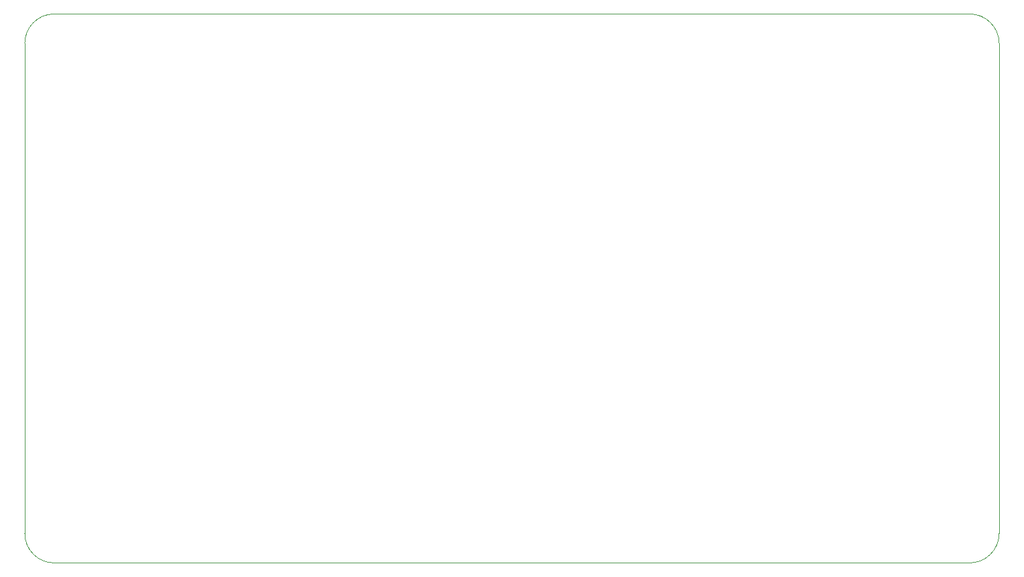
<source format=gbr>
%TF.GenerationSoftware,KiCad,Pcbnew,(6.0.0)*%
%TF.CreationDate,2022-01-24T17:50:55-05:00*%
%TF.ProjectId,VCP200 better,56435032-3030-4206-9265-747465722e6b,rev?*%
%TF.SameCoordinates,Original*%
%TF.FileFunction,Profile,NP*%
%FSLAX46Y46*%
G04 Gerber Fmt 4.6, Leading zero omitted, Abs format (unit mm)*
G04 Created by KiCad (PCBNEW (6.0.0)) date 2022-01-24 17:50:55*
%MOMM*%
%LPD*%
G01*
G04 APERTURE LIST*
%TA.AperFunction,Profile*%
%ADD10C,0.100000*%
%TD*%
G04 APERTURE END LIST*
D10*
X111252000Y-124460000D02*
G75*
G03*
X115062000Y-128270000I3809999J-1D01*
G01*
X237490000Y-124460000D02*
X237490000Y-60960000D01*
X115062000Y-57150000D02*
X233680000Y-57150000D01*
X115062000Y-57150000D02*
G75*
G03*
X111252000Y-60960000I-1J-3809999D01*
G01*
X233680000Y-128270000D02*
G75*
G03*
X237490000Y-124460000I1J3809999D01*
G01*
X111252000Y-60960000D02*
X111252000Y-124460000D01*
X115062000Y-128270000D02*
X233680000Y-128270000D01*
X237490000Y-60960000D02*
G75*
G03*
X233680000Y-57150000I-3809999J1D01*
G01*
M02*

</source>
